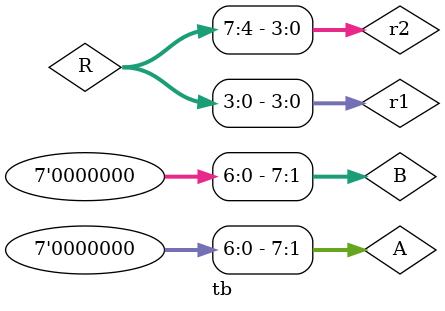
<source format=v>

module one_bit_adder(
    input a, b, c_in, output r, c_out 
);  
    // wire a, b, c_in;
    assign r = (a ^ (~b) ^ c_in);
    assign c_out = (a & (~b)) | ((~b) & c_in) | (a & c_in);
    
endmodule

module four_bit_sub1(
    input wire [7:0] a, b, 
    output wire [3:0] r, output wire c_out1
    // * 7 6 .. 0
);

    wire [3:0] c;
    one_bit_adder adder0 (a[0], b[0], 1'b1, r[0], c[0]);
    one_bit_adder adder1 (a[1], b[1], c[0], r[1], c[1]);
    one_bit_adder adder2 (a[2], b[2], c[1], r[2], c[2]);
    one_bit_adder adder3 (a[3], b[3], c[2], r[3], c[3]);
 
    assign c_out1 = c[3];
    
endmodule

module four_bit_sub2(
    input wire [7:0] a, b, input c_out1,
    
    output wire [3:0] r, output wire c_out2
    // * 7 6 .. 0
);

    wire [3:0] c;
   one_bit_adder adder4 (a[4], b[4], c_out1, r[0], c[0]);
    one_bit_adder adder5 (a[5], b[5], c[0], r[1], c[1]);
    one_bit_adder adder6 (a[6], b[6], c[1], r[2], c[2]);
    one_bit_adder adder7 (a[7], b[7], c[2], r[3], c[3]);
 
    assign c_out2 = c[3];
    
endmodule

module tb;

    reg [7:0] A, B;
    wire [7:0] R;
   wire [3:0] r1,r2;
    wire cout1,cout2;

    four_bit_sub1 ans1(A, B, r1, cout1);
    four_bit_sub2 ans2(A, B, cout1, r2, cout2);
assign R[0]=r1[0];
assign R[1]=r1[1];
assign R[2]=r1[2];
assign R[3]=r1[3];
assign R[4]=r2[0];
assign R[5]=r2[1];
assign R[6]=r2[2];
assign R[7]=r2[3];
    initial begin
        A = 0;
        B = 0;
        #2;

        $monitor("A = %d, B = %d, R = %d, Carry = %b", A, B, R, cout2);

        repeat(10) begin
            A = $random;
            B = $random;
            #15;
        end
    
    end

endmodule
</source>
